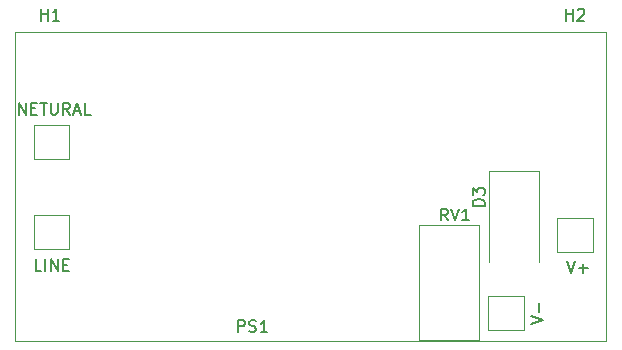
<source format=gbr>
%TF.GenerationSoftware,KiCad,Pcbnew,8.0.0~rc1*%
%TF.CreationDate,2024-01-16T05:38:03-05:00*%
%TF.ProjectId,VTVMbattElim,5654564d-6261-4747-9445-6c696d2e6b69,rev?*%
%TF.SameCoordinates,PX68860e8PY35c5de8*%
%TF.FileFunction,Legend,Top*%
%TF.FilePolarity,Positive*%
%FSLAX46Y46*%
G04 Gerber Fmt 4.6, Leading zero omitted, Abs format (unit mm)*
G04 Created by KiCad (PCBNEW 8.0.0~rc1) date 2024-01-16 05:38:03*
%MOMM*%
%LPD*%
G01*
G04 APERTURE LIST*
%ADD10C,0.150000*%
%ADD11C,0.120000*%
%TA.AperFunction,Profile*%
%ADD12C,0.100000*%
%TD*%
G04 APERTURE END LIST*
D10*
X43675419Y-24698077D02*
X44675419Y-24364744D01*
X44675419Y-24364744D02*
X43675419Y-24031411D01*
X44294466Y-23698077D02*
X44294466Y-22936173D01*
X46675922Y-19393019D02*
X47009255Y-20393019D01*
X47009255Y-20393019D02*
X47342588Y-19393019D01*
X47675922Y-20012066D02*
X48437827Y-20012066D01*
X48056874Y-20393019D02*
X48056874Y-19631114D01*
X285979Y-6981819D02*
X285979Y-5981819D01*
X285979Y-5981819D02*
X857407Y-6981819D01*
X857407Y-6981819D02*
X857407Y-5981819D01*
X1333598Y-6458009D02*
X1666931Y-6458009D01*
X1809788Y-6981819D02*
X1333598Y-6981819D01*
X1333598Y-6981819D02*
X1333598Y-5981819D01*
X1333598Y-5981819D02*
X1809788Y-5981819D01*
X2095503Y-5981819D02*
X2666931Y-5981819D01*
X2381217Y-6981819D02*
X2381217Y-5981819D01*
X3000265Y-5981819D02*
X3000265Y-6791342D01*
X3000265Y-6791342D02*
X3047884Y-6886580D01*
X3047884Y-6886580D02*
X3095503Y-6934200D01*
X3095503Y-6934200D02*
X3190741Y-6981819D01*
X3190741Y-6981819D02*
X3381217Y-6981819D01*
X3381217Y-6981819D02*
X3476455Y-6934200D01*
X3476455Y-6934200D02*
X3524074Y-6886580D01*
X3524074Y-6886580D02*
X3571693Y-6791342D01*
X3571693Y-6791342D02*
X3571693Y-5981819D01*
X4619312Y-6981819D02*
X4285979Y-6505628D01*
X4047884Y-6981819D02*
X4047884Y-5981819D01*
X4047884Y-5981819D02*
X4428836Y-5981819D01*
X4428836Y-5981819D02*
X4524074Y-6029438D01*
X4524074Y-6029438D02*
X4571693Y-6077057D01*
X4571693Y-6077057D02*
X4619312Y-6172295D01*
X4619312Y-6172295D02*
X4619312Y-6315152D01*
X4619312Y-6315152D02*
X4571693Y-6410390D01*
X4571693Y-6410390D02*
X4524074Y-6458009D01*
X4524074Y-6458009D02*
X4428836Y-6505628D01*
X4428836Y-6505628D02*
X4047884Y-6505628D01*
X5000265Y-6696104D02*
X5476455Y-6696104D01*
X4905027Y-6981819D02*
X5238360Y-5981819D01*
X5238360Y-5981819D02*
X5571693Y-6981819D01*
X6381217Y-6981819D02*
X5905027Y-6981819D01*
X5905027Y-6981819D02*
X5905027Y-5981819D01*
X2184569Y-20240619D02*
X1708379Y-20240619D01*
X1708379Y-20240619D02*
X1708379Y-19240619D01*
X2517903Y-20240619D02*
X2517903Y-19240619D01*
X2994093Y-20240619D02*
X2994093Y-19240619D01*
X2994093Y-19240619D02*
X3565521Y-20240619D01*
X3565521Y-20240619D02*
X3565521Y-19240619D01*
X4041712Y-19716809D02*
X4375045Y-19716809D01*
X4517902Y-20240619D02*
X4041712Y-20240619D01*
X4041712Y-20240619D02*
X4041712Y-19240619D01*
X4041712Y-19240619D02*
X4517902Y-19240619D01*
X36615761Y-15948819D02*
X36282428Y-15472628D01*
X36044333Y-15948819D02*
X36044333Y-14948819D01*
X36044333Y-14948819D02*
X36425285Y-14948819D01*
X36425285Y-14948819D02*
X36520523Y-14996438D01*
X36520523Y-14996438D02*
X36568142Y-15044057D01*
X36568142Y-15044057D02*
X36615761Y-15139295D01*
X36615761Y-15139295D02*
X36615761Y-15282152D01*
X36615761Y-15282152D02*
X36568142Y-15377390D01*
X36568142Y-15377390D02*
X36520523Y-15425009D01*
X36520523Y-15425009D02*
X36425285Y-15472628D01*
X36425285Y-15472628D02*
X36044333Y-15472628D01*
X36901476Y-14948819D02*
X37234809Y-15948819D01*
X37234809Y-15948819D02*
X37568142Y-14948819D01*
X38425285Y-15948819D02*
X37853857Y-15948819D01*
X38139571Y-15948819D02*
X38139571Y-14948819D01*
X38139571Y-14948819D02*
X38044333Y-15091676D01*
X38044333Y-15091676D02*
X37949095Y-15186914D01*
X37949095Y-15186914D02*
X37853857Y-15234533D01*
X46609095Y973581D02*
X46609095Y1973581D01*
X46609095Y1497391D02*
X47180523Y1497391D01*
X47180523Y973581D02*
X47180523Y1973581D01*
X47609095Y1878343D02*
X47656714Y1925962D01*
X47656714Y1925962D02*
X47751952Y1973581D01*
X47751952Y1973581D02*
X47990047Y1973581D01*
X47990047Y1973581D02*
X48085285Y1925962D01*
X48085285Y1925962D02*
X48132904Y1878343D01*
X48132904Y1878343D02*
X48180523Y1783105D01*
X48180523Y1783105D02*
X48180523Y1687867D01*
X48180523Y1687867D02*
X48132904Y1545010D01*
X48132904Y1545010D02*
X47561476Y973581D01*
X47561476Y973581D02*
X48180523Y973581D01*
X18851714Y-25397619D02*
X18851714Y-24397619D01*
X18851714Y-24397619D02*
X19232666Y-24397619D01*
X19232666Y-24397619D02*
X19327904Y-24445238D01*
X19327904Y-24445238D02*
X19375523Y-24492857D01*
X19375523Y-24492857D02*
X19423142Y-24588095D01*
X19423142Y-24588095D02*
X19423142Y-24730952D01*
X19423142Y-24730952D02*
X19375523Y-24826190D01*
X19375523Y-24826190D02*
X19327904Y-24873809D01*
X19327904Y-24873809D02*
X19232666Y-24921428D01*
X19232666Y-24921428D02*
X18851714Y-24921428D01*
X19804095Y-25350000D02*
X19946952Y-25397619D01*
X19946952Y-25397619D02*
X20185047Y-25397619D01*
X20185047Y-25397619D02*
X20280285Y-25350000D01*
X20280285Y-25350000D02*
X20327904Y-25302380D01*
X20327904Y-25302380D02*
X20375523Y-25207142D01*
X20375523Y-25207142D02*
X20375523Y-25111904D01*
X20375523Y-25111904D02*
X20327904Y-25016666D01*
X20327904Y-25016666D02*
X20280285Y-24969047D01*
X20280285Y-24969047D02*
X20185047Y-24921428D01*
X20185047Y-24921428D02*
X19994571Y-24873809D01*
X19994571Y-24873809D02*
X19899333Y-24826190D01*
X19899333Y-24826190D02*
X19851714Y-24778571D01*
X19851714Y-24778571D02*
X19804095Y-24683333D01*
X19804095Y-24683333D02*
X19804095Y-24588095D01*
X19804095Y-24588095D02*
X19851714Y-24492857D01*
X19851714Y-24492857D02*
X19899333Y-24445238D01*
X19899333Y-24445238D02*
X19994571Y-24397619D01*
X19994571Y-24397619D02*
X20232666Y-24397619D01*
X20232666Y-24397619D02*
X20375523Y-24445238D01*
X21327904Y-25397619D02*
X20756476Y-25397619D01*
X21042190Y-25397619D02*
X21042190Y-24397619D01*
X21042190Y-24397619D02*
X20946952Y-24540476D01*
X20946952Y-24540476D02*
X20851714Y-24635714D01*
X20851714Y-24635714D02*
X20756476Y-24683333D01*
X2159095Y973581D02*
X2159095Y1973581D01*
X2159095Y1497391D02*
X2730523Y1497391D01*
X2730523Y973581D02*
X2730523Y1973581D01*
X3730523Y973581D02*
X3159095Y973581D01*
X3444809Y973581D02*
X3444809Y1973581D01*
X3444809Y1973581D02*
X3349571Y1830724D01*
X3349571Y1830724D02*
X3254333Y1735486D01*
X3254333Y1735486D02*
X3159095Y1687867D01*
X39723219Y-14708094D02*
X38723219Y-14708094D01*
X38723219Y-14708094D02*
X38723219Y-14469999D01*
X38723219Y-14469999D02*
X38770838Y-14327142D01*
X38770838Y-14327142D02*
X38866076Y-14231904D01*
X38866076Y-14231904D02*
X38961314Y-14184285D01*
X38961314Y-14184285D02*
X39151790Y-14136666D01*
X39151790Y-14136666D02*
X39294647Y-14136666D01*
X39294647Y-14136666D02*
X39485123Y-14184285D01*
X39485123Y-14184285D02*
X39580361Y-14231904D01*
X39580361Y-14231904D02*
X39675600Y-14327142D01*
X39675600Y-14327142D02*
X39723219Y-14469999D01*
X39723219Y-14469999D02*
X39723219Y-14708094D01*
X38723219Y-13803332D02*
X38723219Y-13184285D01*
X38723219Y-13184285D02*
X39104171Y-13517618D01*
X39104171Y-13517618D02*
X39104171Y-13374761D01*
X39104171Y-13374761D02*
X39151790Y-13279523D01*
X39151790Y-13279523D02*
X39199409Y-13231904D01*
X39199409Y-13231904D02*
X39294647Y-13184285D01*
X39294647Y-13184285D02*
X39532742Y-13184285D01*
X39532742Y-13184285D02*
X39627980Y-13231904D01*
X39627980Y-13231904D02*
X39675600Y-13279523D01*
X39675600Y-13279523D02*
X39723219Y-13374761D01*
X39723219Y-13374761D02*
X39723219Y-13660475D01*
X39723219Y-13660475D02*
X39675600Y-13755713D01*
X39675600Y-13755713D02*
X39627980Y-13803332D01*
D11*
%TO.C,RV1*%
X34173000Y-16324000D02*
X39243000Y-16324000D01*
X34173000Y-26094000D02*
X34173000Y-16324000D01*
X34173000Y-26094000D02*
X39243000Y-26094000D01*
X39243000Y-26094000D02*
X39243000Y-16324000D01*
%TO.C,TP2*%
X1548000Y-15491000D02*
X1548000Y-18341000D01*
X1548000Y-15491000D02*
X4548000Y-15491000D01*
X1548000Y-18341000D02*
X4548000Y-18341000D01*
X4548000Y-15491000D02*
X4548000Y-18341000D01*
%TO.C,TP1*%
X1548000Y-7871000D02*
X1548000Y-10721000D01*
X1548000Y-7871000D02*
X4548000Y-7871000D01*
X1548000Y-10721000D02*
X4548000Y-10721000D01*
X4548000Y-7871000D02*
X4548000Y-10721000D01*
%TO.C,TP4*%
X40029000Y-22349000D02*
X40029000Y-25199000D01*
X40029000Y-22349000D02*
X43029000Y-22349000D01*
X40029000Y-25199000D02*
X43029000Y-25199000D01*
X43029000Y-22349000D02*
X43029000Y-25199000D01*
%TO.C,TP3*%
X45871000Y-15745000D02*
X45871000Y-18595000D01*
X45871000Y-15745000D02*
X48871000Y-15745000D01*
X45871000Y-18595000D02*
X48871000Y-18595000D01*
X48871000Y-15745000D02*
X48871000Y-18595000D01*
%TO.C,D3*%
X40064800Y-11799600D02*
X40064800Y-19459600D01*
X44364800Y-11799600D02*
X40064800Y-11799600D01*
X44364800Y-11799600D02*
X44364800Y-19459600D01*
%TD*%
D12*
X50038000Y-26162000D02*
X0Y-26162000D01*
X0Y0D02*
X50038000Y0D01*
X0Y-26162000D02*
X0Y0D01*
X50038000Y0D02*
X50038000Y-26162000D01*
M02*

</source>
